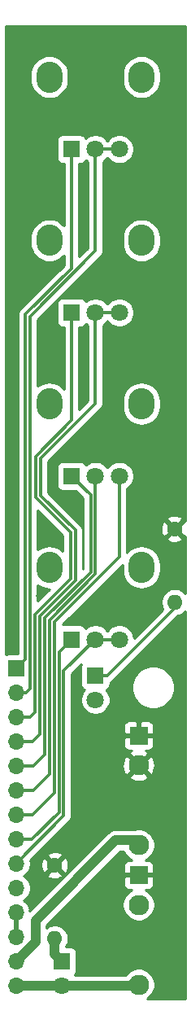
<source format=gbr>
%TF.GenerationSoftware,KiCad,Pcbnew,5.1.9+dfsg1-1~bpo10+1*%
%TF.CreationDate,2022-02-02T14:01:01+08:00*%
%TF.ProjectId,MiniADSR 1.0.1 - Control,4d696e69-4144-4535-9220-312e302e3120,rev?*%
%TF.SameCoordinates,Original*%
%TF.FileFunction,Copper,L1,Top*%
%TF.FilePolarity,Positive*%
%FSLAX46Y46*%
G04 Gerber Fmt 4.6, Leading zero omitted, Abs format (unit mm)*
G04 Created by KiCad (PCBNEW 5.1.9+dfsg1-1~bpo10+1) date 2022-02-02 14:01:01*
%MOMM*%
%LPD*%
G01*
G04 APERTURE LIST*
%TA.AperFunction,ComponentPad*%
%ADD10R,1.800000X1.800000*%
%TD*%
%TA.AperFunction,ComponentPad*%
%ADD11C,1.800000*%
%TD*%
%TA.AperFunction,ComponentPad*%
%ADD12O,2.720000X3.240000*%
%TD*%
%TA.AperFunction,ComponentPad*%
%ADD13R,1.930000X1.830000*%
%TD*%
%TA.AperFunction,ComponentPad*%
%ADD14C,2.130000*%
%TD*%
%TA.AperFunction,ComponentPad*%
%ADD15C,1.600000*%
%TD*%
%TA.AperFunction,ComponentPad*%
%ADD16O,1.600000X1.600000*%
%TD*%
%TA.AperFunction,ComponentPad*%
%ADD17R,1.700000X1.700000*%
%TD*%
%TA.AperFunction,ComponentPad*%
%ADD18O,1.700000X1.700000*%
%TD*%
%TA.AperFunction,ViaPad*%
%ADD19C,0.800000*%
%TD*%
%TA.AperFunction,Conductor*%
%ADD20C,0.300000*%
%TD*%
%TA.AperFunction,Conductor*%
%ADD21C,1.000000*%
%TD*%
%TA.AperFunction,Conductor*%
%ADD22C,0.254000*%
%TD*%
%TA.AperFunction,Conductor*%
%ADD23C,0.100000*%
%TD*%
G04 APERTURE END LIST*
D10*
%TO.P,POT_RELEASE1,1*%
%TO.N,A10*%
X99000000Y-117500000D03*
D11*
%TO.P,POT_RELEASE1,3*%
%TO.N,A11*%
X104000000Y-117500000D03*
%TO.P,POT_RELEASE1,2*%
X101500000Y-117500000D03*
D12*
%TO.P,POT_RELEASE1,*%
%TO.N,*%
X106300000Y-110000000D03*
X96700000Y-110000000D03*
%TD*%
D13*
%TO.P,J1,S*%
%TO.N,GND1*%
X106000000Y-127500000D03*
D14*
%TO.P,J1,TN*%
X106000000Y-130600000D03*
%TO.P,J1,T*%
%TO.N,A1*%
X106000000Y-138900000D03*
%TD*%
D15*
%TO.P,R12,1*%
%TO.N,GND1*%
X97250000Y-141000000D03*
D16*
%TO.P,R12,2*%
%TO.N,Net-(D7-Pad1)*%
X97250000Y-148620000D03*
%TD*%
%TO.P,R11,2*%
%TO.N,Net-(D6-Pad1)*%
X109750000Y-113620000D03*
D15*
%TO.P,R11,1*%
%TO.N,GND1*%
X109750000Y-106000000D03*
%TD*%
D12*
%TO.P,POT_ATTACK1,*%
%TO.N,*%
X96700000Y-59000000D03*
X106300000Y-59000000D03*
D11*
%TO.P,POT_ATTACK1,2*%
%TO.N,A4*%
X101500000Y-66500000D03*
%TO.P,POT_ATTACK1,3*%
X104000000Y-66500000D03*
D10*
%TO.P,POT_ATTACK1,1*%
%TO.N,A3*%
X99000000Y-66500000D03*
%TD*%
D12*
%TO.P,POT_DECAY1,*%
%TO.N,*%
X96700000Y-76000000D03*
X106300000Y-76000000D03*
D11*
%TO.P,POT_DECAY1,2*%
%TO.N,A6*%
X101500000Y-83500000D03*
%TO.P,POT_DECAY1,3*%
X104000000Y-83500000D03*
D10*
%TO.P,POT_DECAY1,1*%
%TO.N,A5*%
X99000000Y-83500000D03*
%TD*%
%TO.P,POT_SUSTAIN1,1*%
%TO.N,A7*%
X99000000Y-100500000D03*
D11*
%TO.P,POT_SUSTAIN1,3*%
%TO.N,A9*%
X104000000Y-100500000D03*
%TO.P,POT_SUSTAIN1,2*%
%TO.N,A8*%
X101500000Y-100500000D03*
D12*
%TO.P,POT_SUSTAIN1,*%
%TO.N,*%
X106300000Y-93000000D03*
X96700000Y-93000000D03*
%TD*%
D11*
%TO.P,D6,2*%
%TO.N,A_VCC*%
X101500000Y-123790000D03*
D10*
%TO.P,D6,1*%
%TO.N,Net-(D6-Pad1)*%
X101500000Y-121250000D03*
%TD*%
%TO.P,D7,1*%
%TO.N,Net-(D7-Pad1)*%
X98000000Y-151000000D03*
D11*
%TO.P,D7,2*%
%TO.N,A2*%
X98000000Y-153540000D03*
%TD*%
D13*
%TO.P,J2,S*%
%TO.N,GND1*%
X106000000Y-142000000D03*
D14*
%TO.P,J2,TN*%
%TO.N,N/C*%
X106000000Y-145100000D03*
%TO.P,J2,T*%
%TO.N,A2*%
X106000000Y-153400000D03*
%TD*%
D17*
%TO.P,J4,1*%
%TO.N,A3*%
X93250000Y-120500000D03*
D18*
%TO.P,J4,2*%
%TO.N,A4*%
X93250000Y-123040000D03*
%TO.P,J4,3*%
%TO.N,A5*%
X93250000Y-125580000D03*
%TO.P,J4,4*%
%TO.N,A6*%
X93250000Y-128120000D03*
%TO.P,J4,5*%
%TO.N,A7*%
X93250000Y-130660000D03*
%TO.P,J4,6*%
%TO.N,A8*%
X93250000Y-133200000D03*
%TO.P,J4,7*%
%TO.N,A9*%
X93250000Y-135740000D03*
%TO.P,J4,8*%
%TO.N,A10*%
X93250000Y-138280000D03*
%TO.P,J4,9*%
%TO.N,A11*%
X93250000Y-140820000D03*
%TO.P,J4,10*%
%TO.N,A_VCC*%
X93250000Y-143360000D03*
%TO.P,J4,11*%
%TO.N,GND1*%
X93250000Y-145900000D03*
%TO.P,J4,12*%
X93250000Y-148440000D03*
%TO.P,J4,13*%
%TO.N,A1*%
X93250000Y-150980000D03*
%TO.P,J4,14*%
%TO.N,A2*%
X93250000Y-153520000D03*
%TD*%
D19*
%TO.N,GND1*%
X100250000Y-86000000D03*
X100250000Y-87500000D03*
X100250000Y-89000000D03*
X100250000Y-90500000D03*
X100250000Y-92000000D03*
X100250000Y-69500000D03*
X100250000Y-70750000D03*
X100250000Y-72000000D03*
X100250000Y-73250000D03*
X100250000Y-74500000D03*
X100250000Y-75750000D03*
X96500000Y-106750000D03*
X96500000Y-105500000D03*
X106750000Y-113750000D03*
X105250000Y-113750000D03*
X103750000Y-113750000D03*
X102250000Y-113750000D03*
X95750000Y-113000000D03*
X103250000Y-72750000D03*
X103250000Y-74000000D03*
X103250000Y-75250000D03*
X103250000Y-76500000D03*
X103250000Y-77750000D03*
X103250000Y-79000000D03*
%TD*%
D20*
%TO.N,Net-(D6-Pad1)*%
X109750000Y-114250000D02*
X109750000Y-113620000D01*
X101500000Y-121250000D02*
X102750000Y-121250000D01*
X102750000Y-121250000D02*
X109750000Y-114250000D01*
D21*
%TO.N,Net-(D7-Pad1)*%
X97250000Y-150250000D02*
X98000000Y-151000000D01*
X97250000Y-148620000D02*
X97250000Y-150250000D01*
%TO.N,A2*%
X105880000Y-153520000D02*
X106000000Y-153400000D01*
X93250000Y-153520000D02*
X105880000Y-153520000D01*
%TO.N,A1*%
X103600000Y-138400000D02*
X106000000Y-138400000D01*
X95250000Y-146750000D02*
X103600000Y-138400000D01*
X93250000Y-150980000D02*
X95250000Y-148980000D01*
X95250000Y-148980000D02*
X95250000Y-146750000D01*
D20*
%TO.N,A3*%
X94200000Y-119550000D02*
X94200000Y-83692878D01*
X93250000Y-120500000D02*
X94200000Y-119550000D01*
X99000000Y-78892878D02*
X99000000Y-66500000D01*
X94200000Y-83692878D02*
X99000000Y-78892878D01*
%TO.N,A4*%
X104000000Y-66500000D02*
X101500000Y-66500000D01*
X101500000Y-77100000D02*
X94700000Y-83900000D01*
X94260000Y-123040000D02*
X93250000Y-123040000D01*
X101500000Y-66500000D02*
X101500000Y-77100000D01*
X94700000Y-122600000D02*
X94260000Y-123040000D01*
X94700000Y-83900000D02*
X94700000Y-122600000D01*
%TO.N,A5*%
X99000000Y-94700000D02*
X99000000Y-83500000D01*
X95250000Y-98450000D02*
X99000000Y-94700000D01*
X94720000Y-125580000D02*
X95200000Y-125100000D01*
X93250000Y-125580000D02*
X94720000Y-125580000D01*
X95250000Y-102750000D02*
X95250000Y-98450000D01*
X95200000Y-125100000D02*
X95200000Y-114878632D01*
X95200000Y-114878632D02*
X98899967Y-111178665D01*
X98899967Y-111178665D02*
X98899967Y-106399967D01*
X98899967Y-106399967D02*
X95250000Y-102750000D01*
%TO.N,A6*%
X104000000Y-83500000D02*
X101500000Y-83500000D01*
X94980000Y-128120000D02*
X93250000Y-128120000D01*
X95700011Y-127399989D02*
X94980000Y-128120000D01*
X95700011Y-115085743D02*
X95700011Y-127399989D01*
X101500000Y-92953570D02*
X95800000Y-98653570D01*
X95800000Y-102550000D02*
X99399978Y-106149978D01*
X101500000Y-83500000D02*
X101500000Y-92953570D01*
X99399978Y-106149978D02*
X99399978Y-111385776D01*
X99399978Y-111385776D02*
X95700011Y-115085743D01*
X95800000Y-98653570D02*
X95800000Y-102550000D01*
%TO.N,A7*%
X95040000Y-130660000D02*
X93250000Y-130660000D01*
X96200022Y-129499978D02*
X95040000Y-130660000D01*
X96200022Y-115292854D02*
X96200022Y-129499978D01*
X101000000Y-110492876D02*
X96200022Y-115292854D01*
X99000000Y-100500000D02*
X101000000Y-102500000D01*
X101000000Y-102500000D02*
X101000000Y-110492876D01*
%TO.N,A8*%
X95025000Y-133200000D02*
X93250000Y-133200000D01*
X96700032Y-131524968D02*
X95025000Y-133200000D01*
X96700032Y-115499966D02*
X96700032Y-131524968D01*
X101500000Y-100500000D02*
X101500000Y-110699998D01*
X101500000Y-110699998D02*
X96700032Y-115499966D01*
%TO.N,A9*%
X97200042Y-133499958D02*
X94960000Y-135740000D01*
X97200042Y-115707078D02*
X97200042Y-133499958D01*
X104000000Y-100500000D02*
X104000000Y-108907120D01*
X94960000Y-135740000D02*
X93250000Y-135740000D01*
X104000000Y-108907120D02*
X97200042Y-115707078D01*
%TO.N,A10*%
X93270000Y-138300000D02*
X93250000Y-138280000D01*
X97700052Y-135499948D02*
X94900000Y-138300000D01*
X94900000Y-138300000D02*
X93270000Y-138300000D01*
X99000000Y-117500000D02*
X97700052Y-118799948D01*
X97700052Y-118799948D02*
X97700052Y-135499948D01*
%TO.N,A11*%
X101500000Y-117500000D02*
X104000000Y-117500000D01*
X98200062Y-120799938D02*
X98200062Y-135869938D01*
X98200062Y-135869938D02*
X93250000Y-140820000D01*
X101500000Y-117500000D02*
X98200062Y-120799938D01*
%TD*%
D22*
%TO.N,GND1*%
X110840001Y-154840000D02*
X106904808Y-154840000D01*
X107083687Y-154720477D01*
X107320477Y-154483687D01*
X107506521Y-154205252D01*
X107634670Y-153895872D01*
X107700000Y-153567435D01*
X107700000Y-153232565D01*
X107634670Y-152904128D01*
X107506521Y-152594748D01*
X107320477Y-152316313D01*
X107083687Y-152079523D01*
X106805252Y-151893479D01*
X106495872Y-151765330D01*
X106167435Y-151700000D01*
X105832565Y-151700000D01*
X105504128Y-151765330D01*
X105194748Y-151893479D01*
X104916313Y-152079523D01*
X104679523Y-152316313D01*
X104633628Y-152385000D01*
X99309981Y-152385000D01*
X99351185Y-152351185D01*
X99430537Y-152254494D01*
X99489502Y-152144180D01*
X99525812Y-152024482D01*
X99538072Y-151900000D01*
X99538072Y-150100000D01*
X99525812Y-149975518D01*
X99489502Y-149855820D01*
X99430537Y-149745506D01*
X99351185Y-149648815D01*
X99254494Y-149569463D01*
X99144180Y-149510498D01*
X99024482Y-149474188D01*
X98900000Y-149461928D01*
X98413301Y-149461928D01*
X98521680Y-149299727D01*
X98629853Y-149038574D01*
X98685000Y-148761335D01*
X98685000Y-148478665D01*
X98629853Y-148201426D01*
X98521680Y-147940273D01*
X98364637Y-147705241D01*
X98164759Y-147505363D01*
X97929727Y-147348320D01*
X97668574Y-147240147D01*
X97391335Y-147185000D01*
X97108665Y-147185000D01*
X96831426Y-147240147D01*
X96570273Y-147348320D01*
X96385000Y-147472115D01*
X96385000Y-147220131D01*
X98672566Y-144932565D01*
X104300000Y-144932565D01*
X104300000Y-145267435D01*
X104365330Y-145595872D01*
X104493479Y-145905252D01*
X104679523Y-146183687D01*
X104916313Y-146420477D01*
X105194748Y-146606521D01*
X105504128Y-146734670D01*
X105832565Y-146800000D01*
X106167435Y-146800000D01*
X106495872Y-146734670D01*
X106805252Y-146606521D01*
X107083687Y-146420477D01*
X107320477Y-146183687D01*
X107506521Y-145905252D01*
X107634670Y-145595872D01*
X107700000Y-145267435D01*
X107700000Y-144932565D01*
X107634670Y-144604128D01*
X107506521Y-144294748D01*
X107320477Y-144016313D01*
X107083687Y-143779523D01*
X106805252Y-143593479D01*
X106704860Y-143551895D01*
X106965000Y-143553072D01*
X107089482Y-143540812D01*
X107209180Y-143504502D01*
X107319494Y-143445537D01*
X107416185Y-143366185D01*
X107495537Y-143269494D01*
X107554502Y-143159180D01*
X107590812Y-143039482D01*
X107603072Y-142915000D01*
X107600000Y-142285750D01*
X107441250Y-142127000D01*
X106127000Y-142127000D01*
X106127000Y-142147000D01*
X105873000Y-142147000D01*
X105873000Y-142127000D01*
X104558750Y-142127000D01*
X104400000Y-142285750D01*
X104396928Y-142915000D01*
X104409188Y-143039482D01*
X104445498Y-143159180D01*
X104504463Y-143269494D01*
X104583815Y-143366185D01*
X104680506Y-143445537D01*
X104790820Y-143504502D01*
X104910518Y-143540812D01*
X105035000Y-143553072D01*
X105295140Y-143551895D01*
X105194748Y-143593479D01*
X104916313Y-143779523D01*
X104679523Y-144016313D01*
X104493479Y-144294748D01*
X104365330Y-144604128D01*
X104300000Y-144932565D01*
X98672566Y-144932565D01*
X104070132Y-139535000D01*
X104422959Y-139535000D01*
X104493479Y-139705252D01*
X104679523Y-139983687D01*
X104916313Y-140220477D01*
X105194748Y-140406521D01*
X105295140Y-140448105D01*
X105035000Y-140446928D01*
X104910518Y-140459188D01*
X104790820Y-140495498D01*
X104680506Y-140554463D01*
X104583815Y-140633815D01*
X104504463Y-140730506D01*
X104445498Y-140840820D01*
X104409188Y-140960518D01*
X104396928Y-141085000D01*
X104400000Y-141714250D01*
X104558750Y-141873000D01*
X105873000Y-141873000D01*
X105873000Y-141853000D01*
X106127000Y-141853000D01*
X106127000Y-141873000D01*
X107441250Y-141873000D01*
X107600000Y-141714250D01*
X107603072Y-141085000D01*
X107590812Y-140960518D01*
X107554502Y-140840820D01*
X107495537Y-140730506D01*
X107416185Y-140633815D01*
X107319494Y-140554463D01*
X107209180Y-140495498D01*
X107089482Y-140459188D01*
X106965000Y-140446928D01*
X106704860Y-140448105D01*
X106805252Y-140406521D01*
X107083687Y-140220477D01*
X107320477Y-139983687D01*
X107506521Y-139705252D01*
X107634670Y-139395872D01*
X107700000Y-139067435D01*
X107700000Y-138732565D01*
X107634670Y-138404128D01*
X107506521Y-138094748D01*
X107320477Y-137816313D01*
X107083687Y-137579523D01*
X106805252Y-137393479D01*
X106495872Y-137265330D01*
X106167435Y-137200000D01*
X105832565Y-137200000D01*
X105505787Y-137265000D01*
X103655741Y-137265000D01*
X103599999Y-137259510D01*
X103544257Y-137265000D01*
X103544248Y-137265000D01*
X103377501Y-137281423D01*
X103163553Y-137346324D01*
X102966377Y-137451716D01*
X102793551Y-137593551D01*
X102758009Y-137636859D01*
X94621871Y-145772998D01*
X94570156Y-145772998D01*
X94691476Y-145543110D01*
X94646825Y-145395901D01*
X94521641Y-145133080D01*
X94347588Y-144899731D01*
X94131355Y-144704822D01*
X94014466Y-144635195D01*
X94196632Y-144513475D01*
X94403475Y-144306632D01*
X94565990Y-144063411D01*
X94677932Y-143793158D01*
X94735000Y-143506260D01*
X94735000Y-143213740D01*
X94677932Y-142926842D01*
X94565990Y-142656589D01*
X94403475Y-142413368D01*
X94196632Y-142206525D01*
X94022240Y-142090000D01*
X94167856Y-141992702D01*
X96436903Y-141992702D01*
X96508486Y-142236671D01*
X96763996Y-142357571D01*
X97038184Y-142426300D01*
X97320512Y-142440217D01*
X97600130Y-142398787D01*
X97866292Y-142303603D01*
X97991514Y-142236671D01*
X98063097Y-141992702D01*
X97250000Y-141179605D01*
X96436903Y-141992702D01*
X94167856Y-141992702D01*
X94196632Y-141973475D01*
X94403475Y-141766632D01*
X94565990Y-141523411D01*
X94677932Y-141253158D01*
X94714262Y-141070512D01*
X95809783Y-141070512D01*
X95851213Y-141350130D01*
X95946397Y-141616292D01*
X96013329Y-141741514D01*
X96257298Y-141813097D01*
X97070395Y-141000000D01*
X97429605Y-141000000D01*
X98242702Y-141813097D01*
X98486671Y-141741514D01*
X98607571Y-141486004D01*
X98676300Y-141211816D01*
X98690217Y-140929488D01*
X98648787Y-140649870D01*
X98553603Y-140383708D01*
X98486671Y-140258486D01*
X98242702Y-140186903D01*
X97429605Y-141000000D01*
X97070395Y-141000000D01*
X96257298Y-140186903D01*
X96013329Y-140258486D01*
X95892429Y-140513996D01*
X95823700Y-140788184D01*
X95809783Y-141070512D01*
X94714262Y-141070512D01*
X94735000Y-140966260D01*
X94735000Y-140673740D01*
X94697075Y-140483082D01*
X95172859Y-140007298D01*
X96436903Y-140007298D01*
X97250000Y-140820395D01*
X98063097Y-140007298D01*
X97991514Y-139763329D01*
X97736004Y-139642429D01*
X97461816Y-139573700D01*
X97179488Y-139559783D01*
X96899870Y-139601213D01*
X96633708Y-139696397D01*
X96508486Y-139763329D01*
X96436903Y-140007298D01*
X95172859Y-140007298D01*
X98727872Y-136452285D01*
X98757826Y-136427702D01*
X98855924Y-136308171D01*
X98928816Y-136171798D01*
X98963424Y-136057712D01*
X98973704Y-136023825D01*
X98982138Y-135938181D01*
X98985062Y-135908499D01*
X98985062Y-135908494D01*
X98988859Y-135869938D01*
X98985062Y-135831382D01*
X98985062Y-131781761D01*
X104997844Y-131781761D01*
X105101454Y-132052807D01*
X105402148Y-132200190D01*
X105725818Y-132286078D01*
X106060023Y-132307171D01*
X106391922Y-132262658D01*
X106708760Y-132154250D01*
X106898546Y-132052807D01*
X107002156Y-131781761D01*
X106000000Y-130779605D01*
X104997844Y-131781761D01*
X98985062Y-131781761D01*
X98985062Y-130660023D01*
X104292829Y-130660023D01*
X104337342Y-130991922D01*
X104445750Y-131308760D01*
X104547193Y-131498546D01*
X104818239Y-131602156D01*
X105820395Y-130600000D01*
X106179605Y-130600000D01*
X107181761Y-131602156D01*
X107452807Y-131498546D01*
X107600190Y-131197852D01*
X107686078Y-130874182D01*
X107707171Y-130539977D01*
X107662658Y-130208078D01*
X107554250Y-129891240D01*
X107452807Y-129701454D01*
X107181761Y-129597844D01*
X106179605Y-130600000D01*
X105820395Y-130600000D01*
X104818239Y-129597844D01*
X104547193Y-129701454D01*
X104399810Y-130002148D01*
X104313922Y-130325818D01*
X104292829Y-130660023D01*
X98985062Y-130660023D01*
X98985062Y-128415000D01*
X104396928Y-128415000D01*
X104409188Y-128539482D01*
X104445498Y-128659180D01*
X104504463Y-128769494D01*
X104583815Y-128866185D01*
X104680506Y-128945537D01*
X104790820Y-129004502D01*
X104910518Y-129040812D01*
X105035000Y-129053072D01*
X105279611Y-129051966D01*
X105101454Y-129147193D01*
X104997844Y-129418239D01*
X106000000Y-130420395D01*
X107002156Y-129418239D01*
X106898546Y-129147193D01*
X106704111Y-129051892D01*
X106965000Y-129053072D01*
X107089482Y-129040812D01*
X107209180Y-129004502D01*
X107319494Y-128945537D01*
X107416185Y-128866185D01*
X107495537Y-128769494D01*
X107554502Y-128659180D01*
X107590812Y-128539482D01*
X107603072Y-128415000D01*
X107600000Y-127785750D01*
X107441250Y-127627000D01*
X106127000Y-127627000D01*
X106127000Y-127647000D01*
X105873000Y-127647000D01*
X105873000Y-127627000D01*
X104558750Y-127627000D01*
X104400000Y-127785750D01*
X104396928Y-128415000D01*
X98985062Y-128415000D01*
X98985062Y-126585000D01*
X104396928Y-126585000D01*
X104400000Y-127214250D01*
X104558750Y-127373000D01*
X105873000Y-127373000D01*
X105873000Y-126108750D01*
X106127000Y-126108750D01*
X106127000Y-127373000D01*
X107441250Y-127373000D01*
X107600000Y-127214250D01*
X107603072Y-126585000D01*
X107590812Y-126460518D01*
X107554502Y-126340820D01*
X107495537Y-126230506D01*
X107416185Y-126133815D01*
X107319494Y-126054463D01*
X107209180Y-125995498D01*
X107089482Y-125959188D01*
X106965000Y-125946928D01*
X106285750Y-125950000D01*
X106127000Y-126108750D01*
X105873000Y-126108750D01*
X105714250Y-125950000D01*
X105035000Y-125946928D01*
X104910518Y-125959188D01*
X104790820Y-125995498D01*
X104680506Y-126054463D01*
X104583815Y-126133815D01*
X104504463Y-126230506D01*
X104445498Y-126340820D01*
X104409188Y-126460518D01*
X104396928Y-126585000D01*
X98985062Y-126585000D01*
X98985062Y-121125095D01*
X100017572Y-120092585D01*
X100010498Y-120105820D01*
X99974188Y-120225518D01*
X99961928Y-120350000D01*
X99961928Y-122150000D01*
X99974188Y-122274482D01*
X100010498Y-122394180D01*
X100069463Y-122504494D01*
X100148815Y-122601185D01*
X100245506Y-122680537D01*
X100355820Y-122739502D01*
X100374127Y-122745056D01*
X100307688Y-122811495D01*
X100139701Y-123062905D01*
X100023989Y-123342257D01*
X99965000Y-123638816D01*
X99965000Y-123941184D01*
X100023989Y-124237743D01*
X100139701Y-124517095D01*
X100307688Y-124768505D01*
X100521495Y-124982312D01*
X100772905Y-125150299D01*
X101052257Y-125266011D01*
X101348816Y-125325000D01*
X101651184Y-125325000D01*
X101947743Y-125266011D01*
X102227095Y-125150299D01*
X102478505Y-124982312D01*
X102692312Y-124768505D01*
X102860299Y-124517095D01*
X102976011Y-124237743D01*
X103035000Y-123941184D01*
X103035000Y-123638816D01*
X102976011Y-123342257D01*
X102860299Y-123062905D01*
X102692312Y-122811495D01*
X102625873Y-122745056D01*
X102644180Y-122739502D01*
X102754494Y-122680537D01*
X102851185Y-122601185D01*
X102930537Y-122504494D01*
X102989502Y-122394180D01*
X103024176Y-122279872D01*
X105265000Y-122279872D01*
X105265000Y-122720128D01*
X105350890Y-123151925D01*
X105519369Y-123558669D01*
X105763962Y-123924729D01*
X106075271Y-124236038D01*
X106441331Y-124480631D01*
X106848075Y-124649110D01*
X107279872Y-124735000D01*
X107720128Y-124735000D01*
X108151925Y-124649110D01*
X108558669Y-124480631D01*
X108924729Y-124236038D01*
X109236038Y-123924729D01*
X109480631Y-123558669D01*
X109649110Y-123151925D01*
X109735000Y-122720128D01*
X109735000Y-122279872D01*
X109649110Y-121848075D01*
X109480631Y-121441331D01*
X109236038Y-121075271D01*
X108924729Y-120763962D01*
X108558669Y-120519369D01*
X108151925Y-120350890D01*
X107720128Y-120265000D01*
X107279872Y-120265000D01*
X106848075Y-120350890D01*
X106441331Y-120519369D01*
X106075271Y-120763962D01*
X105763962Y-121075271D01*
X105519369Y-121441331D01*
X105350890Y-121848075D01*
X105265000Y-122279872D01*
X103024176Y-122279872D01*
X103025812Y-122274482D01*
X103038072Y-122150000D01*
X103038072Y-121982937D01*
X103051860Y-121978754D01*
X103188233Y-121905862D01*
X103307764Y-121807764D01*
X103332347Y-121777810D01*
X110095836Y-115014322D01*
X110168574Y-114999853D01*
X110429727Y-114891680D01*
X110664759Y-114734637D01*
X110840001Y-114559395D01*
X110840001Y-154840000D01*
%TA.AperFunction,Conductor*%
D23*
G36*
X110840001Y-154840000D02*
G01*
X106904808Y-154840000D01*
X107083687Y-154720477D01*
X107320477Y-154483687D01*
X107506521Y-154205252D01*
X107634670Y-153895872D01*
X107700000Y-153567435D01*
X107700000Y-153232565D01*
X107634670Y-152904128D01*
X107506521Y-152594748D01*
X107320477Y-152316313D01*
X107083687Y-152079523D01*
X106805252Y-151893479D01*
X106495872Y-151765330D01*
X106167435Y-151700000D01*
X105832565Y-151700000D01*
X105504128Y-151765330D01*
X105194748Y-151893479D01*
X104916313Y-152079523D01*
X104679523Y-152316313D01*
X104633628Y-152385000D01*
X99309981Y-152385000D01*
X99351185Y-152351185D01*
X99430537Y-152254494D01*
X99489502Y-152144180D01*
X99525812Y-152024482D01*
X99538072Y-151900000D01*
X99538072Y-150100000D01*
X99525812Y-149975518D01*
X99489502Y-149855820D01*
X99430537Y-149745506D01*
X99351185Y-149648815D01*
X99254494Y-149569463D01*
X99144180Y-149510498D01*
X99024482Y-149474188D01*
X98900000Y-149461928D01*
X98413301Y-149461928D01*
X98521680Y-149299727D01*
X98629853Y-149038574D01*
X98685000Y-148761335D01*
X98685000Y-148478665D01*
X98629853Y-148201426D01*
X98521680Y-147940273D01*
X98364637Y-147705241D01*
X98164759Y-147505363D01*
X97929727Y-147348320D01*
X97668574Y-147240147D01*
X97391335Y-147185000D01*
X97108665Y-147185000D01*
X96831426Y-147240147D01*
X96570273Y-147348320D01*
X96385000Y-147472115D01*
X96385000Y-147220131D01*
X98672566Y-144932565D01*
X104300000Y-144932565D01*
X104300000Y-145267435D01*
X104365330Y-145595872D01*
X104493479Y-145905252D01*
X104679523Y-146183687D01*
X104916313Y-146420477D01*
X105194748Y-146606521D01*
X105504128Y-146734670D01*
X105832565Y-146800000D01*
X106167435Y-146800000D01*
X106495872Y-146734670D01*
X106805252Y-146606521D01*
X107083687Y-146420477D01*
X107320477Y-146183687D01*
X107506521Y-145905252D01*
X107634670Y-145595872D01*
X107700000Y-145267435D01*
X107700000Y-144932565D01*
X107634670Y-144604128D01*
X107506521Y-144294748D01*
X107320477Y-144016313D01*
X107083687Y-143779523D01*
X106805252Y-143593479D01*
X106704860Y-143551895D01*
X106965000Y-143553072D01*
X107089482Y-143540812D01*
X107209180Y-143504502D01*
X107319494Y-143445537D01*
X107416185Y-143366185D01*
X107495537Y-143269494D01*
X107554502Y-143159180D01*
X107590812Y-143039482D01*
X107603072Y-142915000D01*
X107600000Y-142285750D01*
X107441250Y-142127000D01*
X106127000Y-142127000D01*
X106127000Y-142147000D01*
X105873000Y-142147000D01*
X105873000Y-142127000D01*
X104558750Y-142127000D01*
X104400000Y-142285750D01*
X104396928Y-142915000D01*
X104409188Y-143039482D01*
X104445498Y-143159180D01*
X104504463Y-143269494D01*
X104583815Y-143366185D01*
X104680506Y-143445537D01*
X104790820Y-143504502D01*
X104910518Y-143540812D01*
X105035000Y-143553072D01*
X105295140Y-143551895D01*
X105194748Y-143593479D01*
X104916313Y-143779523D01*
X104679523Y-144016313D01*
X104493479Y-144294748D01*
X104365330Y-144604128D01*
X104300000Y-144932565D01*
X98672566Y-144932565D01*
X104070132Y-139535000D01*
X104422959Y-139535000D01*
X104493479Y-139705252D01*
X104679523Y-139983687D01*
X104916313Y-140220477D01*
X105194748Y-140406521D01*
X105295140Y-140448105D01*
X105035000Y-140446928D01*
X104910518Y-140459188D01*
X104790820Y-140495498D01*
X104680506Y-140554463D01*
X104583815Y-140633815D01*
X104504463Y-140730506D01*
X104445498Y-140840820D01*
X104409188Y-140960518D01*
X104396928Y-141085000D01*
X104400000Y-141714250D01*
X104558750Y-141873000D01*
X105873000Y-141873000D01*
X105873000Y-141853000D01*
X106127000Y-141853000D01*
X106127000Y-141873000D01*
X107441250Y-141873000D01*
X107600000Y-141714250D01*
X107603072Y-141085000D01*
X107590812Y-140960518D01*
X107554502Y-140840820D01*
X107495537Y-140730506D01*
X107416185Y-140633815D01*
X107319494Y-140554463D01*
X107209180Y-140495498D01*
X107089482Y-140459188D01*
X106965000Y-140446928D01*
X106704860Y-140448105D01*
X106805252Y-140406521D01*
X107083687Y-140220477D01*
X107320477Y-139983687D01*
X107506521Y-139705252D01*
X107634670Y-139395872D01*
X107700000Y-139067435D01*
X107700000Y-138732565D01*
X107634670Y-138404128D01*
X107506521Y-138094748D01*
X107320477Y-137816313D01*
X107083687Y-137579523D01*
X106805252Y-137393479D01*
X106495872Y-137265330D01*
X106167435Y-137200000D01*
X105832565Y-137200000D01*
X105505787Y-137265000D01*
X103655741Y-137265000D01*
X103599999Y-137259510D01*
X103544257Y-137265000D01*
X103544248Y-137265000D01*
X103377501Y-137281423D01*
X103163553Y-137346324D01*
X102966377Y-137451716D01*
X102793551Y-137593551D01*
X102758009Y-137636859D01*
X94621871Y-145772998D01*
X94570156Y-145772998D01*
X94691476Y-145543110D01*
X94646825Y-145395901D01*
X94521641Y-145133080D01*
X94347588Y-144899731D01*
X94131355Y-144704822D01*
X94014466Y-144635195D01*
X94196632Y-144513475D01*
X94403475Y-144306632D01*
X94565990Y-144063411D01*
X94677932Y-143793158D01*
X94735000Y-143506260D01*
X94735000Y-143213740D01*
X94677932Y-142926842D01*
X94565990Y-142656589D01*
X94403475Y-142413368D01*
X94196632Y-142206525D01*
X94022240Y-142090000D01*
X94167856Y-141992702D01*
X96436903Y-141992702D01*
X96508486Y-142236671D01*
X96763996Y-142357571D01*
X97038184Y-142426300D01*
X97320512Y-142440217D01*
X97600130Y-142398787D01*
X97866292Y-142303603D01*
X97991514Y-142236671D01*
X98063097Y-141992702D01*
X97250000Y-141179605D01*
X96436903Y-141992702D01*
X94167856Y-141992702D01*
X94196632Y-141973475D01*
X94403475Y-141766632D01*
X94565990Y-141523411D01*
X94677932Y-141253158D01*
X94714262Y-141070512D01*
X95809783Y-141070512D01*
X95851213Y-141350130D01*
X95946397Y-141616292D01*
X96013329Y-141741514D01*
X96257298Y-141813097D01*
X97070395Y-141000000D01*
X97429605Y-141000000D01*
X98242702Y-141813097D01*
X98486671Y-141741514D01*
X98607571Y-141486004D01*
X98676300Y-141211816D01*
X98690217Y-140929488D01*
X98648787Y-140649870D01*
X98553603Y-140383708D01*
X98486671Y-140258486D01*
X98242702Y-140186903D01*
X97429605Y-141000000D01*
X97070395Y-141000000D01*
X96257298Y-140186903D01*
X96013329Y-140258486D01*
X95892429Y-140513996D01*
X95823700Y-140788184D01*
X95809783Y-141070512D01*
X94714262Y-141070512D01*
X94735000Y-140966260D01*
X94735000Y-140673740D01*
X94697075Y-140483082D01*
X95172859Y-140007298D01*
X96436903Y-140007298D01*
X97250000Y-140820395D01*
X98063097Y-140007298D01*
X97991514Y-139763329D01*
X97736004Y-139642429D01*
X97461816Y-139573700D01*
X97179488Y-139559783D01*
X96899870Y-139601213D01*
X96633708Y-139696397D01*
X96508486Y-139763329D01*
X96436903Y-140007298D01*
X95172859Y-140007298D01*
X98727872Y-136452285D01*
X98757826Y-136427702D01*
X98855924Y-136308171D01*
X98928816Y-136171798D01*
X98963424Y-136057712D01*
X98973704Y-136023825D01*
X98982138Y-135938181D01*
X98985062Y-135908499D01*
X98985062Y-135908494D01*
X98988859Y-135869938D01*
X98985062Y-135831382D01*
X98985062Y-131781761D01*
X104997844Y-131781761D01*
X105101454Y-132052807D01*
X105402148Y-132200190D01*
X105725818Y-132286078D01*
X106060023Y-132307171D01*
X106391922Y-132262658D01*
X106708760Y-132154250D01*
X106898546Y-132052807D01*
X107002156Y-131781761D01*
X106000000Y-130779605D01*
X104997844Y-131781761D01*
X98985062Y-131781761D01*
X98985062Y-130660023D01*
X104292829Y-130660023D01*
X104337342Y-130991922D01*
X104445750Y-131308760D01*
X104547193Y-131498546D01*
X104818239Y-131602156D01*
X105820395Y-130600000D01*
X106179605Y-130600000D01*
X107181761Y-131602156D01*
X107452807Y-131498546D01*
X107600190Y-131197852D01*
X107686078Y-130874182D01*
X107707171Y-130539977D01*
X107662658Y-130208078D01*
X107554250Y-129891240D01*
X107452807Y-129701454D01*
X107181761Y-129597844D01*
X106179605Y-130600000D01*
X105820395Y-130600000D01*
X104818239Y-129597844D01*
X104547193Y-129701454D01*
X104399810Y-130002148D01*
X104313922Y-130325818D01*
X104292829Y-130660023D01*
X98985062Y-130660023D01*
X98985062Y-128415000D01*
X104396928Y-128415000D01*
X104409188Y-128539482D01*
X104445498Y-128659180D01*
X104504463Y-128769494D01*
X104583815Y-128866185D01*
X104680506Y-128945537D01*
X104790820Y-129004502D01*
X104910518Y-129040812D01*
X105035000Y-129053072D01*
X105279611Y-129051966D01*
X105101454Y-129147193D01*
X104997844Y-129418239D01*
X106000000Y-130420395D01*
X107002156Y-129418239D01*
X106898546Y-129147193D01*
X106704111Y-129051892D01*
X106965000Y-129053072D01*
X107089482Y-129040812D01*
X107209180Y-129004502D01*
X107319494Y-128945537D01*
X107416185Y-128866185D01*
X107495537Y-128769494D01*
X107554502Y-128659180D01*
X107590812Y-128539482D01*
X107603072Y-128415000D01*
X107600000Y-127785750D01*
X107441250Y-127627000D01*
X106127000Y-127627000D01*
X106127000Y-127647000D01*
X105873000Y-127647000D01*
X105873000Y-127627000D01*
X104558750Y-127627000D01*
X104400000Y-127785750D01*
X104396928Y-128415000D01*
X98985062Y-128415000D01*
X98985062Y-126585000D01*
X104396928Y-126585000D01*
X104400000Y-127214250D01*
X104558750Y-127373000D01*
X105873000Y-127373000D01*
X105873000Y-126108750D01*
X106127000Y-126108750D01*
X106127000Y-127373000D01*
X107441250Y-127373000D01*
X107600000Y-127214250D01*
X107603072Y-126585000D01*
X107590812Y-126460518D01*
X107554502Y-126340820D01*
X107495537Y-126230506D01*
X107416185Y-126133815D01*
X107319494Y-126054463D01*
X107209180Y-125995498D01*
X107089482Y-125959188D01*
X106965000Y-125946928D01*
X106285750Y-125950000D01*
X106127000Y-126108750D01*
X105873000Y-126108750D01*
X105714250Y-125950000D01*
X105035000Y-125946928D01*
X104910518Y-125959188D01*
X104790820Y-125995498D01*
X104680506Y-126054463D01*
X104583815Y-126133815D01*
X104504463Y-126230506D01*
X104445498Y-126340820D01*
X104409188Y-126460518D01*
X104396928Y-126585000D01*
X98985062Y-126585000D01*
X98985062Y-121125095D01*
X100017572Y-120092585D01*
X100010498Y-120105820D01*
X99974188Y-120225518D01*
X99961928Y-120350000D01*
X99961928Y-122150000D01*
X99974188Y-122274482D01*
X100010498Y-122394180D01*
X100069463Y-122504494D01*
X100148815Y-122601185D01*
X100245506Y-122680537D01*
X100355820Y-122739502D01*
X100374127Y-122745056D01*
X100307688Y-122811495D01*
X100139701Y-123062905D01*
X100023989Y-123342257D01*
X99965000Y-123638816D01*
X99965000Y-123941184D01*
X100023989Y-124237743D01*
X100139701Y-124517095D01*
X100307688Y-124768505D01*
X100521495Y-124982312D01*
X100772905Y-125150299D01*
X101052257Y-125266011D01*
X101348816Y-125325000D01*
X101651184Y-125325000D01*
X101947743Y-125266011D01*
X102227095Y-125150299D01*
X102478505Y-124982312D01*
X102692312Y-124768505D01*
X102860299Y-124517095D01*
X102976011Y-124237743D01*
X103035000Y-123941184D01*
X103035000Y-123638816D01*
X102976011Y-123342257D01*
X102860299Y-123062905D01*
X102692312Y-122811495D01*
X102625873Y-122745056D01*
X102644180Y-122739502D01*
X102754494Y-122680537D01*
X102851185Y-122601185D01*
X102930537Y-122504494D01*
X102989502Y-122394180D01*
X103024176Y-122279872D01*
X105265000Y-122279872D01*
X105265000Y-122720128D01*
X105350890Y-123151925D01*
X105519369Y-123558669D01*
X105763962Y-123924729D01*
X106075271Y-124236038D01*
X106441331Y-124480631D01*
X106848075Y-124649110D01*
X107279872Y-124735000D01*
X107720128Y-124735000D01*
X108151925Y-124649110D01*
X108558669Y-124480631D01*
X108924729Y-124236038D01*
X109236038Y-123924729D01*
X109480631Y-123558669D01*
X109649110Y-123151925D01*
X109735000Y-122720128D01*
X109735000Y-122279872D01*
X109649110Y-121848075D01*
X109480631Y-121441331D01*
X109236038Y-121075271D01*
X108924729Y-120763962D01*
X108558669Y-120519369D01*
X108151925Y-120350890D01*
X107720128Y-120265000D01*
X107279872Y-120265000D01*
X106848075Y-120350890D01*
X106441331Y-120519369D01*
X106075271Y-120763962D01*
X105763962Y-121075271D01*
X105519369Y-121441331D01*
X105350890Y-121848075D01*
X105265000Y-122279872D01*
X103024176Y-122279872D01*
X103025812Y-122274482D01*
X103038072Y-122150000D01*
X103038072Y-121982937D01*
X103051860Y-121978754D01*
X103188233Y-121905862D01*
X103307764Y-121807764D01*
X103332347Y-121777810D01*
X110095836Y-115014322D01*
X110168574Y-114999853D01*
X110429727Y-114891680D01*
X110664759Y-114734637D01*
X110840001Y-114559395D01*
X110840001Y-154840000D01*
G37*
%TD.AperFunction*%
D22*
X93377000Y-145773000D02*
X93397000Y-145773000D01*
X93397000Y-146027000D01*
X93377000Y-146027000D01*
X93377000Y-148313000D01*
X93397000Y-148313000D01*
X93397000Y-148567000D01*
X93377000Y-148567000D01*
X93377000Y-148587000D01*
X93123000Y-148587000D01*
X93123000Y-148567000D01*
X93103000Y-148567000D01*
X93103000Y-148313000D01*
X93123000Y-148313000D01*
X93123000Y-146027000D01*
X93103000Y-146027000D01*
X93103000Y-145773000D01*
X93123000Y-145773000D01*
X93123000Y-145753000D01*
X93377000Y-145753000D01*
X93377000Y-145773000D01*
%TA.AperFunction,Conductor*%
D23*
G36*
X93377000Y-145773000D02*
G01*
X93397000Y-145773000D01*
X93397000Y-146027000D01*
X93377000Y-146027000D01*
X93377000Y-148313000D01*
X93397000Y-148313000D01*
X93397000Y-148567000D01*
X93377000Y-148567000D01*
X93377000Y-148587000D01*
X93123000Y-148587000D01*
X93123000Y-148567000D01*
X93103000Y-148567000D01*
X93103000Y-148313000D01*
X93123000Y-148313000D01*
X93123000Y-146027000D01*
X93103000Y-146027000D01*
X93103000Y-145773000D01*
X93123000Y-145773000D01*
X93123000Y-145753000D01*
X93377000Y-145753000D01*
X93377000Y-145773000D01*
G37*
%TD.AperFunction*%
D22*
X110840001Y-105215451D02*
X110742702Y-105186903D01*
X109929605Y-106000000D01*
X110742702Y-106813097D01*
X110840001Y-106784549D01*
X110840001Y-112680605D01*
X110664759Y-112505363D01*
X110429727Y-112348320D01*
X110168574Y-112240147D01*
X109891335Y-112185000D01*
X109608665Y-112185000D01*
X109331426Y-112240147D01*
X109070273Y-112348320D01*
X108835241Y-112505363D01*
X108635363Y-112705241D01*
X108478320Y-112940273D01*
X108370147Y-113201426D01*
X108315000Y-113478665D01*
X108315000Y-113761335D01*
X108370147Y-114038574D01*
X108478320Y-114299727D01*
X108523099Y-114366743D01*
X105535000Y-117354843D01*
X105535000Y-117348816D01*
X105476011Y-117052257D01*
X105360299Y-116772905D01*
X105192312Y-116521495D01*
X104978505Y-116307688D01*
X104727095Y-116139701D01*
X104447743Y-116023989D01*
X104151184Y-115965000D01*
X103848816Y-115965000D01*
X103552257Y-116023989D01*
X103272905Y-116139701D01*
X103021495Y-116307688D01*
X102807688Y-116521495D01*
X102750000Y-116607831D01*
X102692312Y-116521495D01*
X102478505Y-116307688D01*
X102227095Y-116139701D01*
X101947743Y-116023989D01*
X101651184Y-115965000D01*
X101348816Y-115965000D01*
X101052257Y-116023989D01*
X100772905Y-116139701D01*
X100521495Y-116307688D01*
X100483880Y-116345303D01*
X100430537Y-116245506D01*
X100351185Y-116148815D01*
X100254494Y-116069463D01*
X100144180Y-116010498D01*
X100024482Y-115974188D01*
X99900000Y-115961928D01*
X98100000Y-115961928D01*
X98050471Y-115966806D01*
X104305000Y-109712277D01*
X104305000Y-110357997D01*
X104333867Y-110651087D01*
X104447943Y-111027146D01*
X104633193Y-111373725D01*
X104882497Y-111677503D01*
X105186275Y-111926807D01*
X105532853Y-112112057D01*
X105908912Y-112226133D01*
X106300000Y-112264652D01*
X106691087Y-112226133D01*
X107067146Y-112112057D01*
X107413725Y-111926807D01*
X107717503Y-111677503D01*
X107966807Y-111373725D01*
X108152057Y-111027147D01*
X108266133Y-110651088D01*
X108295000Y-110357998D01*
X108295000Y-109642003D01*
X108266133Y-109348913D01*
X108152057Y-108972853D01*
X107966807Y-108626275D01*
X107717503Y-108322497D01*
X107413725Y-108073193D01*
X107067147Y-107887943D01*
X106691088Y-107773867D01*
X106300000Y-107735348D01*
X105908913Y-107773867D01*
X105532854Y-107887943D01*
X105186276Y-108073193D01*
X104882498Y-108322497D01*
X104785000Y-108441298D01*
X104785000Y-106992702D01*
X108936903Y-106992702D01*
X109008486Y-107236671D01*
X109263996Y-107357571D01*
X109538184Y-107426300D01*
X109820512Y-107440217D01*
X110100130Y-107398787D01*
X110366292Y-107303603D01*
X110491514Y-107236671D01*
X110563097Y-106992702D01*
X109750000Y-106179605D01*
X108936903Y-106992702D01*
X104785000Y-106992702D01*
X104785000Y-106070512D01*
X108309783Y-106070512D01*
X108351213Y-106350130D01*
X108446397Y-106616292D01*
X108513329Y-106741514D01*
X108757298Y-106813097D01*
X109570395Y-106000000D01*
X108757298Y-105186903D01*
X108513329Y-105258486D01*
X108392429Y-105513996D01*
X108323700Y-105788184D01*
X108309783Y-106070512D01*
X104785000Y-106070512D01*
X104785000Y-105007298D01*
X108936903Y-105007298D01*
X109750000Y-105820395D01*
X110563097Y-105007298D01*
X110491514Y-104763329D01*
X110236004Y-104642429D01*
X109961816Y-104573700D01*
X109679488Y-104559783D01*
X109399870Y-104601213D01*
X109133708Y-104696397D01*
X109008486Y-104763329D01*
X108936903Y-105007298D01*
X104785000Y-105007298D01*
X104785000Y-101821608D01*
X104978505Y-101692312D01*
X105192312Y-101478505D01*
X105360299Y-101227095D01*
X105476011Y-100947743D01*
X105535000Y-100651184D01*
X105535000Y-100348816D01*
X105476011Y-100052257D01*
X105360299Y-99772905D01*
X105192312Y-99521495D01*
X104978505Y-99307688D01*
X104727095Y-99139701D01*
X104447743Y-99023989D01*
X104151184Y-98965000D01*
X103848816Y-98965000D01*
X103552257Y-99023989D01*
X103272905Y-99139701D01*
X103021495Y-99307688D01*
X102807688Y-99521495D01*
X102750000Y-99607831D01*
X102692312Y-99521495D01*
X102478505Y-99307688D01*
X102227095Y-99139701D01*
X101947743Y-99023989D01*
X101651184Y-98965000D01*
X101348816Y-98965000D01*
X101052257Y-99023989D01*
X100772905Y-99139701D01*
X100521495Y-99307688D01*
X100483880Y-99345303D01*
X100430537Y-99245506D01*
X100351185Y-99148815D01*
X100254494Y-99069463D01*
X100144180Y-99010498D01*
X100024482Y-98974188D01*
X99900000Y-98961928D01*
X98100000Y-98961928D01*
X97975518Y-98974188D01*
X97855820Y-99010498D01*
X97745506Y-99069463D01*
X97648815Y-99148815D01*
X97569463Y-99245506D01*
X97510498Y-99355820D01*
X97474188Y-99475518D01*
X97461928Y-99600000D01*
X97461928Y-101400000D01*
X97474188Y-101524482D01*
X97510498Y-101644180D01*
X97569463Y-101754494D01*
X97648815Y-101851185D01*
X97745506Y-101930537D01*
X97855820Y-101989502D01*
X97975518Y-102025812D01*
X98100000Y-102038072D01*
X99427915Y-102038072D01*
X100215000Y-102825158D01*
X100215001Y-110167717D01*
X100184978Y-110197740D01*
X100184978Y-106188534D01*
X100188775Y-106149978D01*
X100184978Y-106111418D01*
X100184978Y-106111417D01*
X100180949Y-106070512D01*
X100173620Y-105996091D01*
X100128732Y-105848118D01*
X100096697Y-105788184D01*
X100055840Y-105711745D01*
X99957742Y-105592214D01*
X99927789Y-105567632D01*
X96585000Y-102224843D01*
X96585000Y-98978727D01*
X102027816Y-93535912D01*
X102057764Y-93511334D01*
X102155862Y-93391803D01*
X102228754Y-93255430D01*
X102273641Y-93107457D01*
X102285000Y-92992131D01*
X102285000Y-92992124D01*
X102288797Y-92953571D01*
X102285000Y-92915018D01*
X102285000Y-92642002D01*
X104305000Y-92642002D01*
X104305000Y-93357997D01*
X104333867Y-93651087D01*
X104447943Y-94027146D01*
X104633193Y-94373725D01*
X104882497Y-94677503D01*
X105186275Y-94926807D01*
X105532853Y-95112057D01*
X105908912Y-95226133D01*
X106300000Y-95264652D01*
X106691087Y-95226133D01*
X107067146Y-95112057D01*
X107413725Y-94926807D01*
X107717503Y-94677503D01*
X107966807Y-94373725D01*
X108152057Y-94027147D01*
X108266133Y-93651088D01*
X108295000Y-93357998D01*
X108295000Y-92642003D01*
X108266133Y-92348913D01*
X108152057Y-91972853D01*
X107966807Y-91626275D01*
X107717503Y-91322497D01*
X107413725Y-91073193D01*
X107067147Y-90887943D01*
X106691088Y-90773867D01*
X106300000Y-90735348D01*
X105908913Y-90773867D01*
X105532854Y-90887943D01*
X105186276Y-91073193D01*
X104882498Y-91322497D01*
X104633193Y-91626275D01*
X104447943Y-91972853D01*
X104333867Y-92348912D01*
X104305000Y-92642002D01*
X102285000Y-92642002D01*
X102285000Y-84821608D01*
X102478505Y-84692312D01*
X102692312Y-84478505D01*
X102750000Y-84392169D01*
X102807688Y-84478505D01*
X103021495Y-84692312D01*
X103272905Y-84860299D01*
X103552257Y-84976011D01*
X103848816Y-85035000D01*
X104151184Y-85035000D01*
X104447743Y-84976011D01*
X104727095Y-84860299D01*
X104978505Y-84692312D01*
X105192312Y-84478505D01*
X105360299Y-84227095D01*
X105476011Y-83947743D01*
X105535000Y-83651184D01*
X105535000Y-83348816D01*
X105476011Y-83052257D01*
X105360299Y-82772905D01*
X105192312Y-82521495D01*
X104978505Y-82307688D01*
X104727095Y-82139701D01*
X104447743Y-82023989D01*
X104151184Y-81965000D01*
X103848816Y-81965000D01*
X103552257Y-82023989D01*
X103272905Y-82139701D01*
X103021495Y-82307688D01*
X102807688Y-82521495D01*
X102750000Y-82607831D01*
X102692312Y-82521495D01*
X102478505Y-82307688D01*
X102227095Y-82139701D01*
X101947743Y-82023989D01*
X101651184Y-81965000D01*
X101348816Y-81965000D01*
X101052257Y-82023989D01*
X100772905Y-82139701D01*
X100521495Y-82307688D01*
X100483880Y-82345303D01*
X100430537Y-82245506D01*
X100351185Y-82148815D01*
X100254494Y-82069463D01*
X100144180Y-82010498D01*
X100024482Y-81974188D01*
X99900000Y-81961928D01*
X98100000Y-81961928D01*
X97975518Y-81974188D01*
X97855820Y-82010498D01*
X97745506Y-82069463D01*
X97648815Y-82148815D01*
X97569463Y-82245506D01*
X97510498Y-82355820D01*
X97474188Y-82475518D01*
X97461928Y-82600000D01*
X97461928Y-84400000D01*
X97474188Y-84524482D01*
X97510498Y-84644180D01*
X97569463Y-84754494D01*
X97648815Y-84851185D01*
X97745506Y-84930537D01*
X97855820Y-84989502D01*
X97975518Y-85025812D01*
X98100000Y-85038072D01*
X98215001Y-85038072D01*
X98215000Y-91441298D01*
X98117503Y-91322497D01*
X97813725Y-91073193D01*
X97467147Y-90887943D01*
X97091088Y-90773867D01*
X96700000Y-90735348D01*
X96308913Y-90773867D01*
X95932854Y-90887943D01*
X95586276Y-91073193D01*
X95485000Y-91156308D01*
X95485000Y-84225157D01*
X102027816Y-77682342D01*
X102057764Y-77657764D01*
X102155862Y-77538233D01*
X102228754Y-77401860D01*
X102273641Y-77253887D01*
X102285000Y-77138561D01*
X102285000Y-77138554D01*
X102288797Y-77100001D01*
X102285000Y-77061448D01*
X102285000Y-75642002D01*
X104305000Y-75642002D01*
X104305000Y-76357997D01*
X104333867Y-76651087D01*
X104447943Y-77027146D01*
X104633193Y-77373725D01*
X104882497Y-77677503D01*
X105186275Y-77926807D01*
X105532853Y-78112057D01*
X105908912Y-78226133D01*
X106300000Y-78264652D01*
X106691087Y-78226133D01*
X107067146Y-78112057D01*
X107413725Y-77926807D01*
X107717503Y-77677503D01*
X107966807Y-77373725D01*
X108152057Y-77027147D01*
X108266133Y-76651088D01*
X108295000Y-76357998D01*
X108295000Y-75642003D01*
X108266133Y-75348913D01*
X108152057Y-74972853D01*
X107966807Y-74626275D01*
X107717503Y-74322497D01*
X107413725Y-74073193D01*
X107067147Y-73887943D01*
X106691088Y-73773867D01*
X106300000Y-73735348D01*
X105908913Y-73773867D01*
X105532854Y-73887943D01*
X105186276Y-74073193D01*
X104882498Y-74322497D01*
X104633193Y-74626275D01*
X104447943Y-74972853D01*
X104333867Y-75348912D01*
X104305000Y-75642002D01*
X102285000Y-75642002D01*
X102285000Y-67821608D01*
X102478505Y-67692312D01*
X102692312Y-67478505D01*
X102750000Y-67392169D01*
X102807688Y-67478505D01*
X103021495Y-67692312D01*
X103272905Y-67860299D01*
X103552257Y-67976011D01*
X103848816Y-68035000D01*
X104151184Y-68035000D01*
X104447743Y-67976011D01*
X104727095Y-67860299D01*
X104978505Y-67692312D01*
X105192312Y-67478505D01*
X105360299Y-67227095D01*
X105476011Y-66947743D01*
X105535000Y-66651184D01*
X105535000Y-66348816D01*
X105476011Y-66052257D01*
X105360299Y-65772905D01*
X105192312Y-65521495D01*
X104978505Y-65307688D01*
X104727095Y-65139701D01*
X104447743Y-65023989D01*
X104151184Y-64965000D01*
X103848816Y-64965000D01*
X103552257Y-65023989D01*
X103272905Y-65139701D01*
X103021495Y-65307688D01*
X102807688Y-65521495D01*
X102750000Y-65607831D01*
X102692312Y-65521495D01*
X102478505Y-65307688D01*
X102227095Y-65139701D01*
X101947743Y-65023989D01*
X101651184Y-64965000D01*
X101348816Y-64965000D01*
X101052257Y-65023989D01*
X100772905Y-65139701D01*
X100521495Y-65307688D01*
X100483880Y-65345303D01*
X100430537Y-65245506D01*
X100351185Y-65148815D01*
X100254494Y-65069463D01*
X100144180Y-65010498D01*
X100024482Y-64974188D01*
X99900000Y-64961928D01*
X98100000Y-64961928D01*
X97975518Y-64974188D01*
X97855820Y-65010498D01*
X97745506Y-65069463D01*
X97648815Y-65148815D01*
X97569463Y-65245506D01*
X97510498Y-65355820D01*
X97474188Y-65475518D01*
X97461928Y-65600000D01*
X97461928Y-67400000D01*
X97474188Y-67524482D01*
X97510498Y-67644180D01*
X97569463Y-67754494D01*
X97648815Y-67851185D01*
X97745506Y-67930537D01*
X97855820Y-67989502D01*
X97975518Y-68025812D01*
X98100000Y-68038072D01*
X98215001Y-68038072D01*
X98215000Y-74441298D01*
X98117503Y-74322497D01*
X97813725Y-74073193D01*
X97467147Y-73887943D01*
X97091088Y-73773867D01*
X96700000Y-73735348D01*
X96308913Y-73773867D01*
X95932854Y-73887943D01*
X95586276Y-74073193D01*
X95282498Y-74322497D01*
X95033193Y-74626275D01*
X94847943Y-74972853D01*
X94733867Y-75348912D01*
X94705000Y-75642002D01*
X94705000Y-76357997D01*
X94733867Y-76651087D01*
X94847943Y-77027146D01*
X95033193Y-77373725D01*
X95282497Y-77677503D01*
X95586275Y-77926807D01*
X95932853Y-78112057D01*
X96308912Y-78226133D01*
X96700000Y-78264652D01*
X97091087Y-78226133D01*
X97467146Y-78112057D01*
X97813725Y-77926807D01*
X98117503Y-77677503D01*
X98215000Y-77558702D01*
X98215000Y-78567720D01*
X93672185Y-83110536D01*
X93642237Y-83135114D01*
X93617659Y-83165062D01*
X93617655Y-83165066D01*
X93590512Y-83198140D01*
X93544139Y-83254645D01*
X93505177Y-83327538D01*
X93471246Y-83391019D01*
X93426359Y-83538992D01*
X93411203Y-83692878D01*
X93415001Y-83731441D01*
X93415000Y-119011928D01*
X92400000Y-119011928D01*
X92275518Y-119024188D01*
X92160000Y-119059230D01*
X92160000Y-58642002D01*
X94705000Y-58642002D01*
X94705000Y-59357997D01*
X94733867Y-59651087D01*
X94847943Y-60027146D01*
X95033193Y-60373725D01*
X95282497Y-60677503D01*
X95586275Y-60926807D01*
X95932853Y-61112057D01*
X96308912Y-61226133D01*
X96700000Y-61264652D01*
X97091087Y-61226133D01*
X97467146Y-61112057D01*
X97813725Y-60926807D01*
X98117503Y-60677503D01*
X98366807Y-60373725D01*
X98552057Y-60027147D01*
X98666133Y-59651088D01*
X98695000Y-59357998D01*
X98695000Y-58642003D01*
X98695000Y-58642002D01*
X104305000Y-58642002D01*
X104305000Y-59357997D01*
X104333867Y-59651087D01*
X104447943Y-60027146D01*
X104633193Y-60373725D01*
X104882497Y-60677503D01*
X105186275Y-60926807D01*
X105532853Y-61112057D01*
X105908912Y-61226133D01*
X106300000Y-61264652D01*
X106691087Y-61226133D01*
X107067146Y-61112057D01*
X107413725Y-60926807D01*
X107717503Y-60677503D01*
X107966807Y-60373725D01*
X108152057Y-60027147D01*
X108266133Y-59651088D01*
X108295000Y-59357998D01*
X108295000Y-58642003D01*
X108266133Y-58348913D01*
X108152057Y-57972853D01*
X107966807Y-57626275D01*
X107717503Y-57322497D01*
X107413725Y-57073193D01*
X107067147Y-56887943D01*
X106691088Y-56773867D01*
X106300000Y-56735348D01*
X105908913Y-56773867D01*
X105532854Y-56887943D01*
X105186276Y-57073193D01*
X104882498Y-57322497D01*
X104633193Y-57626275D01*
X104447943Y-57972853D01*
X104333867Y-58348912D01*
X104305000Y-58642002D01*
X98695000Y-58642002D01*
X98666133Y-58348913D01*
X98552057Y-57972853D01*
X98366807Y-57626275D01*
X98117503Y-57322497D01*
X97813725Y-57073193D01*
X97467147Y-56887943D01*
X97091088Y-56773867D01*
X96700000Y-56735348D01*
X96308913Y-56773867D01*
X95932854Y-56887943D01*
X95586276Y-57073193D01*
X95282498Y-57322497D01*
X95033193Y-57626275D01*
X94847943Y-57972853D01*
X94733867Y-58348912D01*
X94705000Y-58642002D01*
X92160000Y-58642002D01*
X92160000Y-53660000D01*
X110840000Y-53660000D01*
X110840001Y-105215451D01*
%TA.AperFunction,Conductor*%
D23*
G36*
X110840001Y-105215451D02*
G01*
X110742702Y-105186903D01*
X109929605Y-106000000D01*
X110742702Y-106813097D01*
X110840001Y-106784549D01*
X110840001Y-112680605D01*
X110664759Y-112505363D01*
X110429727Y-112348320D01*
X110168574Y-112240147D01*
X109891335Y-112185000D01*
X109608665Y-112185000D01*
X109331426Y-112240147D01*
X109070273Y-112348320D01*
X108835241Y-112505363D01*
X108635363Y-112705241D01*
X108478320Y-112940273D01*
X108370147Y-113201426D01*
X108315000Y-113478665D01*
X108315000Y-113761335D01*
X108370147Y-114038574D01*
X108478320Y-114299727D01*
X108523099Y-114366743D01*
X105535000Y-117354843D01*
X105535000Y-117348816D01*
X105476011Y-117052257D01*
X105360299Y-116772905D01*
X105192312Y-116521495D01*
X104978505Y-116307688D01*
X104727095Y-116139701D01*
X104447743Y-116023989D01*
X104151184Y-115965000D01*
X103848816Y-115965000D01*
X103552257Y-116023989D01*
X103272905Y-116139701D01*
X103021495Y-116307688D01*
X102807688Y-116521495D01*
X102750000Y-116607831D01*
X102692312Y-116521495D01*
X102478505Y-116307688D01*
X102227095Y-116139701D01*
X101947743Y-116023989D01*
X101651184Y-115965000D01*
X101348816Y-115965000D01*
X101052257Y-116023989D01*
X100772905Y-116139701D01*
X100521495Y-116307688D01*
X100483880Y-116345303D01*
X100430537Y-116245506D01*
X100351185Y-116148815D01*
X100254494Y-116069463D01*
X100144180Y-116010498D01*
X100024482Y-115974188D01*
X99900000Y-115961928D01*
X98100000Y-115961928D01*
X98050471Y-115966806D01*
X104305000Y-109712277D01*
X104305000Y-110357997D01*
X104333867Y-110651087D01*
X104447943Y-111027146D01*
X104633193Y-111373725D01*
X104882497Y-111677503D01*
X105186275Y-111926807D01*
X105532853Y-112112057D01*
X105908912Y-112226133D01*
X106300000Y-112264652D01*
X106691087Y-112226133D01*
X107067146Y-112112057D01*
X107413725Y-111926807D01*
X107717503Y-111677503D01*
X107966807Y-111373725D01*
X108152057Y-111027147D01*
X108266133Y-110651088D01*
X108295000Y-110357998D01*
X108295000Y-109642003D01*
X108266133Y-109348913D01*
X108152057Y-108972853D01*
X107966807Y-108626275D01*
X107717503Y-108322497D01*
X107413725Y-108073193D01*
X107067147Y-107887943D01*
X106691088Y-107773867D01*
X106300000Y-107735348D01*
X105908913Y-107773867D01*
X105532854Y-107887943D01*
X105186276Y-108073193D01*
X104882498Y-108322497D01*
X104785000Y-108441298D01*
X104785000Y-106992702D01*
X108936903Y-106992702D01*
X109008486Y-107236671D01*
X109263996Y-107357571D01*
X109538184Y-107426300D01*
X109820512Y-107440217D01*
X110100130Y-107398787D01*
X110366292Y-107303603D01*
X110491514Y-107236671D01*
X110563097Y-106992702D01*
X109750000Y-106179605D01*
X108936903Y-106992702D01*
X104785000Y-106992702D01*
X104785000Y-106070512D01*
X108309783Y-106070512D01*
X108351213Y-106350130D01*
X108446397Y-106616292D01*
X108513329Y-106741514D01*
X108757298Y-106813097D01*
X109570395Y-106000000D01*
X108757298Y-105186903D01*
X108513329Y-105258486D01*
X108392429Y-105513996D01*
X108323700Y-105788184D01*
X108309783Y-106070512D01*
X104785000Y-106070512D01*
X104785000Y-105007298D01*
X108936903Y-105007298D01*
X109750000Y-105820395D01*
X110563097Y-105007298D01*
X110491514Y-104763329D01*
X110236004Y-104642429D01*
X109961816Y-104573700D01*
X109679488Y-104559783D01*
X109399870Y-104601213D01*
X109133708Y-104696397D01*
X109008486Y-104763329D01*
X108936903Y-105007298D01*
X104785000Y-105007298D01*
X104785000Y-101821608D01*
X104978505Y-101692312D01*
X105192312Y-101478505D01*
X105360299Y-101227095D01*
X105476011Y-100947743D01*
X105535000Y-100651184D01*
X105535000Y-100348816D01*
X105476011Y-100052257D01*
X105360299Y-99772905D01*
X105192312Y-99521495D01*
X104978505Y-99307688D01*
X104727095Y-99139701D01*
X104447743Y-99023989D01*
X104151184Y-98965000D01*
X103848816Y-98965000D01*
X103552257Y-99023989D01*
X103272905Y-99139701D01*
X103021495Y-99307688D01*
X102807688Y-99521495D01*
X102750000Y-99607831D01*
X102692312Y-99521495D01*
X102478505Y-99307688D01*
X102227095Y-99139701D01*
X101947743Y-99023989D01*
X101651184Y-98965000D01*
X101348816Y-98965000D01*
X101052257Y-99023989D01*
X100772905Y-99139701D01*
X100521495Y-99307688D01*
X100483880Y-99345303D01*
X100430537Y-99245506D01*
X100351185Y-99148815D01*
X100254494Y-99069463D01*
X100144180Y-99010498D01*
X100024482Y-98974188D01*
X99900000Y-98961928D01*
X98100000Y-98961928D01*
X97975518Y-98974188D01*
X97855820Y-99010498D01*
X97745506Y-99069463D01*
X97648815Y-99148815D01*
X97569463Y-99245506D01*
X97510498Y-99355820D01*
X97474188Y-99475518D01*
X97461928Y-99600000D01*
X97461928Y-101400000D01*
X97474188Y-101524482D01*
X97510498Y-101644180D01*
X97569463Y-101754494D01*
X97648815Y-101851185D01*
X97745506Y-101930537D01*
X97855820Y-101989502D01*
X97975518Y-102025812D01*
X98100000Y-102038072D01*
X99427915Y-102038072D01*
X100215000Y-102825158D01*
X100215001Y-110167717D01*
X100184978Y-110197740D01*
X100184978Y-106188534D01*
X100188775Y-106149978D01*
X100184978Y-106111418D01*
X100184978Y-106111417D01*
X100180949Y-106070512D01*
X100173620Y-105996091D01*
X100128732Y-105848118D01*
X100096697Y-105788184D01*
X100055840Y-105711745D01*
X99957742Y-105592214D01*
X99927789Y-105567632D01*
X96585000Y-102224843D01*
X96585000Y-98978727D01*
X102027816Y-93535912D01*
X102057764Y-93511334D01*
X102155862Y-93391803D01*
X102228754Y-93255430D01*
X102273641Y-93107457D01*
X102285000Y-92992131D01*
X102285000Y-92992124D01*
X102288797Y-92953571D01*
X102285000Y-92915018D01*
X102285000Y-92642002D01*
X104305000Y-92642002D01*
X104305000Y-93357997D01*
X104333867Y-93651087D01*
X104447943Y-94027146D01*
X104633193Y-94373725D01*
X104882497Y-94677503D01*
X105186275Y-94926807D01*
X105532853Y-95112057D01*
X105908912Y-95226133D01*
X106300000Y-95264652D01*
X106691087Y-95226133D01*
X107067146Y-95112057D01*
X107413725Y-94926807D01*
X107717503Y-94677503D01*
X107966807Y-94373725D01*
X108152057Y-94027147D01*
X108266133Y-93651088D01*
X108295000Y-93357998D01*
X108295000Y-92642003D01*
X108266133Y-92348913D01*
X108152057Y-91972853D01*
X107966807Y-91626275D01*
X107717503Y-91322497D01*
X107413725Y-91073193D01*
X107067147Y-90887943D01*
X106691088Y-90773867D01*
X106300000Y-90735348D01*
X105908913Y-90773867D01*
X105532854Y-90887943D01*
X105186276Y-91073193D01*
X104882498Y-91322497D01*
X104633193Y-91626275D01*
X104447943Y-91972853D01*
X104333867Y-92348912D01*
X104305000Y-92642002D01*
X102285000Y-92642002D01*
X102285000Y-84821608D01*
X102478505Y-84692312D01*
X102692312Y-84478505D01*
X102750000Y-84392169D01*
X102807688Y-84478505D01*
X103021495Y-84692312D01*
X103272905Y-84860299D01*
X103552257Y-84976011D01*
X103848816Y-85035000D01*
X104151184Y-85035000D01*
X104447743Y-84976011D01*
X104727095Y-84860299D01*
X104978505Y-84692312D01*
X105192312Y-84478505D01*
X105360299Y-84227095D01*
X105476011Y-83947743D01*
X105535000Y-83651184D01*
X105535000Y-83348816D01*
X105476011Y-83052257D01*
X105360299Y-82772905D01*
X105192312Y-82521495D01*
X104978505Y-82307688D01*
X104727095Y-82139701D01*
X104447743Y-82023989D01*
X104151184Y-81965000D01*
X103848816Y-81965000D01*
X103552257Y-82023989D01*
X103272905Y-82139701D01*
X103021495Y-82307688D01*
X102807688Y-82521495D01*
X102750000Y-82607831D01*
X102692312Y-82521495D01*
X102478505Y-82307688D01*
X102227095Y-82139701D01*
X101947743Y-82023989D01*
X101651184Y-81965000D01*
X101348816Y-81965000D01*
X101052257Y-82023989D01*
X100772905Y-82139701D01*
X100521495Y-82307688D01*
X100483880Y-82345303D01*
X100430537Y-82245506D01*
X100351185Y-82148815D01*
X100254494Y-82069463D01*
X100144180Y-82010498D01*
X100024482Y-81974188D01*
X99900000Y-81961928D01*
X98100000Y-81961928D01*
X97975518Y-81974188D01*
X97855820Y-82010498D01*
X97745506Y-82069463D01*
X97648815Y-82148815D01*
X97569463Y-82245506D01*
X97510498Y-82355820D01*
X97474188Y-82475518D01*
X97461928Y-82600000D01*
X97461928Y-84400000D01*
X97474188Y-84524482D01*
X97510498Y-84644180D01*
X97569463Y-84754494D01*
X97648815Y-84851185D01*
X97745506Y-84930537D01*
X97855820Y-84989502D01*
X97975518Y-85025812D01*
X98100000Y-85038072D01*
X98215001Y-85038072D01*
X98215000Y-91441298D01*
X98117503Y-91322497D01*
X97813725Y-91073193D01*
X97467147Y-90887943D01*
X97091088Y-90773867D01*
X96700000Y-90735348D01*
X96308913Y-90773867D01*
X95932854Y-90887943D01*
X95586276Y-91073193D01*
X95485000Y-91156308D01*
X95485000Y-84225157D01*
X102027816Y-77682342D01*
X102057764Y-77657764D01*
X102155862Y-77538233D01*
X102228754Y-77401860D01*
X102273641Y-77253887D01*
X102285000Y-77138561D01*
X102285000Y-77138554D01*
X102288797Y-77100001D01*
X102285000Y-77061448D01*
X102285000Y-75642002D01*
X104305000Y-75642002D01*
X104305000Y-76357997D01*
X104333867Y-76651087D01*
X104447943Y-77027146D01*
X104633193Y-77373725D01*
X104882497Y-77677503D01*
X105186275Y-77926807D01*
X105532853Y-78112057D01*
X105908912Y-78226133D01*
X106300000Y-78264652D01*
X106691087Y-78226133D01*
X107067146Y-78112057D01*
X107413725Y-77926807D01*
X107717503Y-77677503D01*
X107966807Y-77373725D01*
X108152057Y-77027147D01*
X108266133Y-76651088D01*
X108295000Y-76357998D01*
X108295000Y-75642003D01*
X108266133Y-75348913D01*
X108152057Y-74972853D01*
X107966807Y-74626275D01*
X107717503Y-74322497D01*
X107413725Y-74073193D01*
X107067147Y-73887943D01*
X106691088Y-73773867D01*
X106300000Y-73735348D01*
X105908913Y-73773867D01*
X105532854Y-73887943D01*
X105186276Y-74073193D01*
X104882498Y-74322497D01*
X104633193Y-74626275D01*
X104447943Y-74972853D01*
X104333867Y-75348912D01*
X104305000Y-75642002D01*
X102285000Y-75642002D01*
X102285000Y-67821608D01*
X102478505Y-67692312D01*
X102692312Y-67478505D01*
X102750000Y-67392169D01*
X102807688Y-67478505D01*
X103021495Y-67692312D01*
X103272905Y-67860299D01*
X103552257Y-67976011D01*
X103848816Y-68035000D01*
X104151184Y-68035000D01*
X104447743Y-67976011D01*
X104727095Y-67860299D01*
X104978505Y-67692312D01*
X105192312Y-67478505D01*
X105360299Y-67227095D01*
X105476011Y-66947743D01*
X105535000Y-66651184D01*
X105535000Y-66348816D01*
X105476011Y-66052257D01*
X105360299Y-65772905D01*
X105192312Y-65521495D01*
X104978505Y-65307688D01*
X104727095Y-65139701D01*
X104447743Y-65023989D01*
X104151184Y-64965000D01*
X103848816Y-64965000D01*
X103552257Y-65023989D01*
X103272905Y-65139701D01*
X103021495Y-65307688D01*
X102807688Y-65521495D01*
X102750000Y-65607831D01*
X102692312Y-65521495D01*
X102478505Y-65307688D01*
X102227095Y-65139701D01*
X101947743Y-65023989D01*
X101651184Y-64965000D01*
X101348816Y-64965000D01*
X101052257Y-65023989D01*
X100772905Y-65139701D01*
X100521495Y-65307688D01*
X100483880Y-65345303D01*
X100430537Y-65245506D01*
X100351185Y-65148815D01*
X100254494Y-65069463D01*
X100144180Y-65010498D01*
X100024482Y-64974188D01*
X99900000Y-64961928D01*
X98100000Y-64961928D01*
X97975518Y-64974188D01*
X97855820Y-65010498D01*
X97745506Y-65069463D01*
X97648815Y-65148815D01*
X97569463Y-65245506D01*
X97510498Y-65355820D01*
X97474188Y-65475518D01*
X97461928Y-65600000D01*
X97461928Y-67400000D01*
X97474188Y-67524482D01*
X97510498Y-67644180D01*
X97569463Y-67754494D01*
X97648815Y-67851185D01*
X97745506Y-67930537D01*
X97855820Y-67989502D01*
X97975518Y-68025812D01*
X98100000Y-68038072D01*
X98215001Y-68038072D01*
X98215000Y-74441298D01*
X98117503Y-74322497D01*
X97813725Y-74073193D01*
X97467147Y-73887943D01*
X97091088Y-73773867D01*
X96700000Y-73735348D01*
X96308913Y-73773867D01*
X95932854Y-73887943D01*
X95586276Y-74073193D01*
X95282498Y-74322497D01*
X95033193Y-74626275D01*
X94847943Y-74972853D01*
X94733867Y-75348912D01*
X94705000Y-75642002D01*
X94705000Y-76357997D01*
X94733867Y-76651087D01*
X94847943Y-77027146D01*
X95033193Y-77373725D01*
X95282497Y-77677503D01*
X95586275Y-77926807D01*
X95932853Y-78112057D01*
X96308912Y-78226133D01*
X96700000Y-78264652D01*
X97091087Y-78226133D01*
X97467146Y-78112057D01*
X97813725Y-77926807D01*
X98117503Y-77677503D01*
X98215000Y-77558702D01*
X98215000Y-78567720D01*
X93672185Y-83110536D01*
X93642237Y-83135114D01*
X93617659Y-83165062D01*
X93617655Y-83165066D01*
X93590512Y-83198140D01*
X93544139Y-83254645D01*
X93505177Y-83327538D01*
X93471246Y-83391019D01*
X93426359Y-83538992D01*
X93411203Y-83692878D01*
X93415001Y-83731441D01*
X93415000Y-119011928D01*
X92400000Y-119011928D01*
X92275518Y-119024188D01*
X92160000Y-119059230D01*
X92160000Y-58642002D01*
X94705000Y-58642002D01*
X94705000Y-59357997D01*
X94733867Y-59651087D01*
X94847943Y-60027146D01*
X95033193Y-60373725D01*
X95282497Y-60677503D01*
X95586275Y-60926807D01*
X95932853Y-61112057D01*
X96308912Y-61226133D01*
X96700000Y-61264652D01*
X97091087Y-61226133D01*
X97467146Y-61112057D01*
X97813725Y-60926807D01*
X98117503Y-60677503D01*
X98366807Y-60373725D01*
X98552057Y-60027147D01*
X98666133Y-59651088D01*
X98695000Y-59357998D01*
X98695000Y-58642003D01*
X98695000Y-58642002D01*
X104305000Y-58642002D01*
X104305000Y-59357997D01*
X104333867Y-59651087D01*
X104447943Y-60027146D01*
X104633193Y-60373725D01*
X104882497Y-60677503D01*
X105186275Y-60926807D01*
X105532853Y-61112057D01*
X105908912Y-61226133D01*
X106300000Y-61264652D01*
X106691087Y-61226133D01*
X107067146Y-61112057D01*
X107413725Y-60926807D01*
X107717503Y-60677503D01*
X107966807Y-60373725D01*
X108152057Y-60027147D01*
X108266133Y-59651088D01*
X108295000Y-59357998D01*
X108295000Y-58642003D01*
X108266133Y-58348913D01*
X108152057Y-57972853D01*
X107966807Y-57626275D01*
X107717503Y-57322497D01*
X107413725Y-57073193D01*
X107067147Y-56887943D01*
X106691088Y-56773867D01*
X106300000Y-56735348D01*
X105908913Y-56773867D01*
X105532854Y-56887943D01*
X105186276Y-57073193D01*
X104882498Y-57322497D01*
X104633193Y-57626275D01*
X104447943Y-57972853D01*
X104333867Y-58348912D01*
X104305000Y-58642002D01*
X98695000Y-58642002D01*
X98666133Y-58348913D01*
X98552057Y-57972853D01*
X98366807Y-57626275D01*
X98117503Y-57322497D01*
X97813725Y-57073193D01*
X97467147Y-56887943D01*
X97091088Y-56773867D01*
X96700000Y-56735348D01*
X96308913Y-56773867D01*
X95932854Y-56887943D01*
X95586276Y-57073193D01*
X95282498Y-57322497D01*
X95033193Y-57626275D01*
X94847943Y-57972853D01*
X94733867Y-58348912D01*
X94705000Y-58642002D01*
X92160000Y-58642002D01*
X92160000Y-53660000D01*
X110840000Y-53660000D01*
X110840001Y-105215451D01*
G37*
%TD.AperFunction*%
D22*
X95586275Y-111926807D02*
X95932853Y-112112057D01*
X96308912Y-112226133D01*
X96700000Y-112264652D01*
X96704241Y-112264234D01*
X95485000Y-113483475D01*
X95485000Y-111843693D01*
X95586275Y-111926807D01*
%TA.AperFunction,Conductor*%
D23*
G36*
X95586275Y-111926807D02*
G01*
X95932853Y-112112057D01*
X96308912Y-112226133D01*
X96700000Y-112264652D01*
X96704241Y-112264234D01*
X95485000Y-113483475D01*
X95485000Y-111843693D01*
X95586275Y-111926807D01*
G37*
%TD.AperFunction*%
D22*
X98114968Y-106725125D02*
X98114968Y-108320416D01*
X97813725Y-108073193D01*
X97467147Y-107887943D01*
X97091088Y-107773867D01*
X96700000Y-107735348D01*
X96308913Y-107773867D01*
X95932854Y-107887943D01*
X95586276Y-108073193D01*
X95485000Y-108156308D01*
X95485000Y-104095157D01*
X98114968Y-106725125D01*
%TA.AperFunction,Conductor*%
D23*
G36*
X98114968Y-106725125D02*
G01*
X98114968Y-108320416D01*
X97813725Y-108073193D01*
X97467147Y-107887943D01*
X97091088Y-107773867D01*
X96700000Y-107735348D01*
X96308913Y-107773867D01*
X95932854Y-107887943D01*
X95586276Y-108073193D01*
X95485000Y-108156308D01*
X95485000Y-104095157D01*
X98114968Y-106725125D01*
G37*
%TD.AperFunction*%
D22*
X100521495Y-84692312D02*
X100715000Y-84821608D01*
X100715001Y-92628411D01*
X99785000Y-93558412D01*
X99785000Y-85038072D01*
X99900000Y-85038072D01*
X100024482Y-85025812D01*
X100144180Y-84989502D01*
X100254494Y-84930537D01*
X100351185Y-84851185D01*
X100430537Y-84754494D01*
X100483880Y-84654697D01*
X100521495Y-84692312D01*
%TA.AperFunction,Conductor*%
D23*
G36*
X100521495Y-84692312D02*
G01*
X100715000Y-84821608D01*
X100715001Y-92628411D01*
X99785000Y-93558412D01*
X99785000Y-85038072D01*
X99900000Y-85038072D01*
X100024482Y-85025812D01*
X100144180Y-84989502D01*
X100254494Y-84930537D01*
X100351185Y-84851185D01*
X100430537Y-84754494D01*
X100483880Y-84654697D01*
X100521495Y-84692312D01*
G37*
%TD.AperFunction*%
D22*
X100521495Y-67692312D02*
X100715000Y-67821608D01*
X100715001Y-76774841D01*
X99785000Y-77704842D01*
X99785000Y-68038072D01*
X99900000Y-68038072D01*
X100024482Y-68025812D01*
X100144180Y-67989502D01*
X100254494Y-67930537D01*
X100351185Y-67851185D01*
X100430537Y-67754494D01*
X100483880Y-67654697D01*
X100521495Y-67692312D01*
%TA.AperFunction,Conductor*%
D23*
G36*
X100521495Y-67692312D02*
G01*
X100715000Y-67821608D01*
X100715001Y-76774841D01*
X99785000Y-77704842D01*
X99785000Y-68038072D01*
X99900000Y-68038072D01*
X100024482Y-68025812D01*
X100144180Y-67989502D01*
X100254494Y-67930537D01*
X100351185Y-67851185D01*
X100430537Y-67754494D01*
X100483880Y-67654697D01*
X100521495Y-67692312D01*
G37*
%TD.AperFunction*%
%TD*%
M02*

</source>
